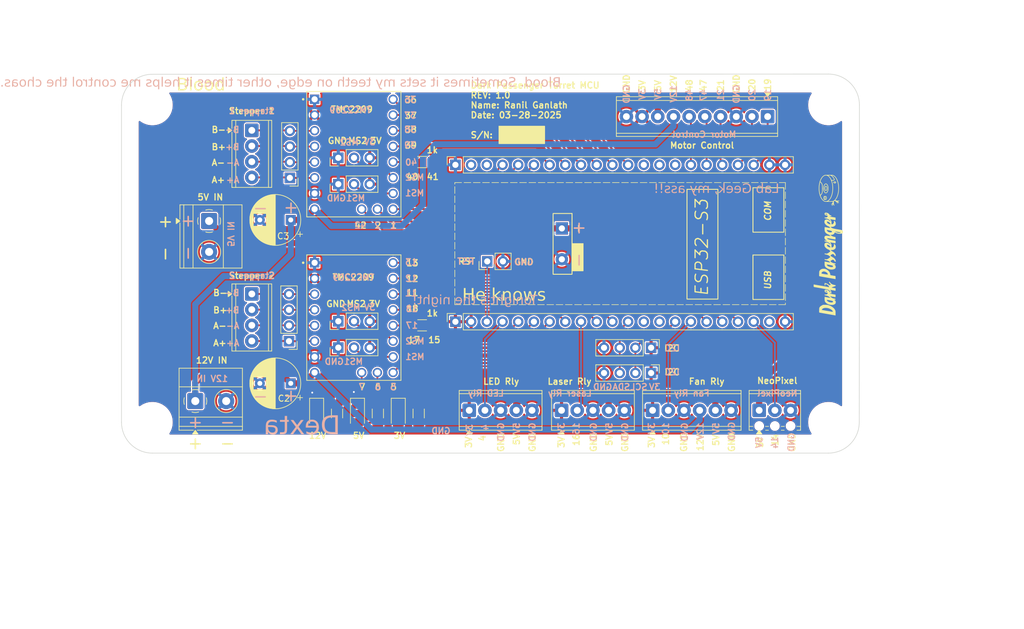
<source format=kicad_pcb>
(kicad_pcb (version 20241229) (generator "pcbnew") (generator_version "9.0")
  (title_block (title "Dark Passenger Turret MCU PCB") (date "2025-03-28") (rev "1.0") (company "Ranil Ganlath"))
  (layers (0 "F.Cu" signal) (2 "B.Cu" power) (13 "F.Paste" user) (15 "B.Paste" user) (5 "F.SilkS" user "F.Silkscreen") (7 "B.SilkS" user "B.Silkscreen") (1 "F.Mask" user) (3 "B.Mask" user) (25 "Edge.Cuts" user))
  (net 0 "")
  (net 1 "GND")
  (net 2 "+5V")
  (net 3 "Net-(D1-A)")
  (net 4 "Net-(D2-A)")
  (net 5 "GPIO10")
  (net 6 "GPIO6")
  (net 7 "GPIO17")
  (net 8 "GPIO11")
  (net 9 "GPIO12")
  (net 10 "RST")
  (net 11 "GPIO13")
  (net 12 "+3.3V")
  (net 14 "GPIO16")
  (net 15 "5VIN")
  (net 16 "SDA")
  (net 17 "SCL")
  (net 19 "GPIO18")
  (net 20 "GPIO7")
  (net 21 "GPIO14")
  (net 22 "GPIO5")
  (net 23 "GPIO15")
  (net 24 "GPIO4")
  (net 25 "RX")
  (net 26 "GPIO20")
  (net 27 "GPIO37")
  (net 28 "GPIO19")
  (net 29 "GPIO2")
  (net 31 "GPIO41")
  (net 32 "GPIO21")
  (net 33 "GPIO38")
  (net 34 "GPIO35")
  (net 35 "GPIO47")
  (net 36 "GPIO39")
  (net 37 "TX")
  (net 39 "GPIO36")
  (net 40 "GPIO42")
  (net 41 "GPIO1")
  (net 42 "GPIO48")
  (net 43 "GPIO40")
  (net 44 "+12V")
  (net 45 "Net-(D3-A)")
  (net 46 "STEP1B")
  (net 47 "STEP1A")
  (net 48 "STEP1D")
  (net 49 "STEP1C")
  (net 50 "STEP2B")
  (net 51 "STEP2C")
  (net 52 "STEP2A")
  (net 53 "STEP2D")
  (net 54 "MS2-1")
  (net 55 "MS1-1")
  (net 56 "MS1-2")
  (net 57 "MS2-2")
  (footprint "TerminalBlock_Phoenix:TerminalBlock_Phoenix_MPT-0,5-4-2.54_1x04_P2.54mm_Horizontal" (layer "F.Cu") (at 62.4842 35.1476 -90)
    (property "Reference" "J13" (hide yes))
    (property "Value" "NEMA17 Stepper 2 ALT")
  )
  (footprint "LED_SMD:LED_1206_3216Metric_Pad1.42x1.75mm_HandSolder" (layer "F.Cu") (at 72.9742 80.9946 -90)
    (property "Reference" "D3" (hide yes))
    (property "Value" "LED")
  )
  (footprint "Connector_PinSocket_2.54mm:PinSocket_1x22_P2.54mm_Vertical" (layer "F.Cu") (at 95.4286 66.1342 90)
    (property "Reference" "J1" (hide yes))
    (property "Value" "Conn_01x22")
  )
  (footprint "MountingHole:MountingHole_3mm" (layer "F.Cu") (at 155.794836 82.4121)
    (property "Reference" "H3" (hide yes))
    (property "Value" "MountingHole")
  )
  (footprint "GanlathLib:BlankPin_1x04_P2.54mm" (layer "F.Cu") (at 127.0918 74.441 -90)
    (property "Reference" "J11" (hide yes))
    (property "Value" "IMU")
  )
  (footprint "LED_SMD:LED_1206_3216Metric_Pad1.42x1.75mm_HandSolder" (layer "F.Cu") (at 86.1822 80.9946 -90)
    (property "Reference" "D2" (hide yes))
    (property "Value" "LED")
  )
  (footprint "MountingHole:MountingHole_3mm" (layer "F.Cu") (at 46.402185 82.4121)
    (property "Reference" "H4" (hide yes))
    (property "Value" "MountingHole")
  )
  (footprint "Resistor_SMD:R_1206_3216Metric_Pad1.30x1.75mm_HandSolder" (layer "F.Cu") (at 90.0432 66.7198 180)
    (property "Reference" "R4" (hide yes))
    (property "Value" "1k")
  )
  (footprint "Resistor_SMD:R_1206_3216Metric_Pad1.30x1.75mm_HandSolder" (layer "F.Cu") (at 90.0432 40.2784 180)
    (property "Reference" "R6" (hide yes))
    (property "Value" "1k")
  )
  (footprint "Resistor_SMD:R_1206_3216Metric_Pad1.30x1.75mm_HandSolder" (layer "F.Cu") (at 89.4842 80.9946 -90)
    (property "Reference" "R2" (hide yes))
    (property "Value" "1k")
  )
  (footprint "GanlathLib:BlankPin_1x02_P2.54mm" (layer "F.Cu") (at 100.5788 56.363 90)
    (property "Reference" "J16" (hide yes))
    (property "Value" "RESET")
  )
  (footprint "Connector_PinHeader_2.54mm:PinHeader_1x04_P2.54mm_Vertical" (layer "F.Cu") (at 68.643181 42.848638 180)
    (property "Reference" "J18" (hide yes))
    (property "Value" "NEMA17 Stepper 2")
  )
  (footprint "MountingHole:MountingHole_3mm" (layer "F.Cu") (at 46.402185 31.037757)
    (property "Reference" "H2" (hide yes))
    (property "Value" "MountingHole")
  )
  (footprint "Connector_PinHeader_2.54mm:PinHeader_1x03_P2.54mm_Vertical" (layer "F.Cu") (at 76.4796 66.0594 90)
    (property "Reference" "J19" (hide yes))
    (property "Value" "MS2 Jumper1")
  )
  (footprint "Resistor_SMD:R_1206_3216Metric_Pad1.30x1.75mm_HandSolder" (layer "F.Cu") (at 76.2762 80.9946 -90)
    (property "Reference" "R3" (hide yes))
    (property "Value" "1k")
  )
  (footprint "Connector_PinSocket_2.54mm:PinSocket_1x22_P2.54mm_Vertical" (layer "F.Cu") (at 95.4286 40.7342 90)
    (property "Reference" "J2" (hide yes))
    (property "Value" "Conn_01x22")
  )
  (footprint "Connector_PinHeader_2.54mm:PinHeader_1x03_P2.54mm_Vertical" (layer "F.Cu") (at 76.4796 39.5926 90)
    (property "Reference" "J20" (hide yes))
    (property "Value" "MS2 Jumper2")
  )
  (footprint "Resistor_SMD:R_1206_3216Metric_Pad1.30x1.75mm_HandSolder" (layer "F.Cu") (at 82.8802 80.9946 -90)
    (property "Reference" "R1" (hide yes))
    (property "Value" "1k")
  )
  (footprint "GanlathLib:MODULE_TMC2209_SILENTSTEPSTICK" (layer "F.Cu") (at 78.9942 65.4752)
    (property "Reference" "U1" (hide yes))
    (property "Value" "TMC2209_SILENTSTEPSTICK")
  )
  (footprint "GanlathLib:BlankPin_1x04_P2.54mm" (layer "F.Cu") (at 127.0918 70.3516 -90)
    (property "Reference" "J10" (hide yes))
    (property "Value" "SPARE I2C")
  )
  (footprint "TerminalBlock_Phoenix:TerminalBlock_Phoenix_MPT-0,5-3-2.54_1x03_P2.54mm_Horizontal" (layer "F.Cu") (at 144.5768 80.4866)
    (property "Reference" "J4" (hide yes))
    (property "Value" "NeoPixel")
  )
  (footprint "TerminalBlock_Phoenix:TerminalBlock_Phoenix_MPT-0,5-6-2.54_1x06_P2.54mm_Horizontal" (layer "F.Cu") (at 127.3302 80.4866)
    (property "Reference" "J9" (hide yes))
    (property "Value" "FAN_RELAY")
  )
  (footprint "GanlathLib:CP_Radial_D10.0mm_P5.00mm" (layer "F.Cu") (at 112.6492 51.0264 -90)
    (property "Reference" "C1" (hide yes))
    (property "Value" "C_Polarized" (hide yes))
  )
  (footprint "TerminalBlock_Phoenix:TerminalBlock_Phoenix_MPT-0,5-4-2.54_1x04_P2.54mm_Horizontal" (layer "F.Cu") (at 62.4842 61.6398 -90)
    (property "Reference" "J12" (hide yes))
    (property "Value" "NEMA17 Stepper 1 ALT")
  )
  (footprint "TerminalBlock_Phoenix:TerminalBlock_Phoenix_MPT-0,5-5-2.54_1x05_P2.54mm_Horizontal" (layer "F.Cu") (at 112.5982 80.4866)
    (property "Reference" "J7" (hide yes))
    (property "Value" "LASER_RELAY")
  )
  (footprint "Connector_PinHeader_2.54mm:PinHeader_1x04_P2.54mm_Vertical" (layer "F.Cu") (at 68.501181 69.289619 180)
    (property "Reference" "J17" (hide yes))
    (property "Value" "NEMA17 Stepper 1")
  )
  (footprint "LOGO" (layer "F.Cu") (at 155.931889 56.530467 90)
    (property "Reference" "G***" (hide yes))
    (property "Value" "LOGO" (hide yes))
  )
  (footprint "Capacitor_THT:CP_Radial_D8.0mm_P5.00mm" (layer "F.Cu") (at 68.7834 49.651 180)
    (property "Reference" "C3")
    (property "Value" "100uF StepperVS2")
  )
  (footprint "Capacitor_THT:CP_Radial_D8.0mm_P5.00mm" (layer "F.Cu") (at 68.7834 76.1178 180)
    (property "Reference" "C2")
    (property "Value" "100uF StepperVS1")
  )
  (footprint "LOGO" (layer "F.Cu") (at 155.931889 44.530467 90)
    (property "Reference" "G***" (hide yes))
    (property "Value" "LOGO" (hide yes))
  )
  (footprint "TerminalBlock_Phoenix:TerminalBlock_Phoenix_MPT-0,5-5-2.54_1x05_P2.54mm_Horizontal" (layer "F.Cu") (at 97.663 80.4866)
    (property "Reference" "J6" (hide yes))
    (property "Value" "TURRET_LED_RELAY")
  )
  (footprint "TerminalBlock_Phoenix:TerminalBlock_Phoenix_MKDS-1,5-2_1x02_P5.00mm_Horizontal" (layer "F.Cu") (at 53.3402 78.9827)
    (property "Reference" "J8" (hide yes))
    (property "Value" "12V IN")
  )
  (footprint "Connector_PinHeader_2.54mm:PinHeader_1x03_P2.54mm_Vertical" (layer "F.Cu") (at 76.4796 43.8598 90)
    (property "Reference" "J15" (hide yes))
    (property "Value" "MS1 Jumper2")
  )
  (footprint "MountingHole:MountingHole_3mm" (layer "F.Cu") (at 155.794836 31.037757)
    (property "Reference" "H1" (hide yes))
    (property "Value" "MountingHole")
  )
  (footprint "TerminalBlock_Phoenix:TerminalBlock_Phoenix_MPT-0,5-10-2.54_1x10_P2.54mm_Horizontal" (layer "F.Cu") (at 145.9486 32.9179 180)
    (property "Reference" "J3" (hide yes))
    (property "Value" "Motor Control")
  )
  (footprint "LED_SMD:LED_1206_3216Metric_Pad1.42x1.75mm_HandSolder" (layer "F.Cu") (at 79.5782 80.9946 -90)
    (property "Reference" "D1" (hide yes))
    (property "Value" "LED")
  )
  (footprint "TerminalBlock_Phoenix:TerminalBlock_Phoenix_MKDS-1,5-2_1x02_P5.00mm_Horizontal" (layer "F.Cu") (at 55.5752 49.8288 -90)
    (property "Reference" "J5" (hide yes))
    (property "Value" "5V IN")
  )
  (footprint "Connector_PinHeader_2.54mm:PinHeader_1x03_P2.54mm_Vertical" (layer "F.Cu") (at 76.4796 70.3266 90)
    (property "Reference" "J14" (hide yes))
    (property "Value" "MS1 Jumper1")
  )
  (footprint "GanlathLib:MODULE_TMC2209_SILENTSTEPSTICK" (layer "F.Cu") (at 78.9942 39.0084)
    (property "Reference" "U2" (hide yes))
    (property "Value" "TMC2209_SILENTSTEPSTICK")
  )
  (gr_rect (start 143.5686 44.4342) (end 148.5686 51.6342) (stroke (width 0.15)) (fill no) (layer "F.SilkS"))
  (gr_rect (start 102.4892 34.4872) (end 109.8552 37.2872) (stroke (width 0.15)) (fill yes) (layer "F.SilkS"))
  (gr_rect (start 143.5686 55.3342) (end 148.5686 62.5342) (stroke (width 0.15)) (fill no) (layer "F.SilkS"))
  (gr_rect (start 95.3258 43.6058) (end 148.8194 63.367) (stroke (width 0.1) (type dash)) (fill no) (layer "F.SilkS"))
  (gr_rect (start 132.897 44.6958) (end 137.897 62.4726) (stroke (width 0.15)) (fill no) (layer "F.SilkS"))
  (gr_line (start 41.402196 31.063139) (end 41.402204 82.412144) (stroke (width 0.1)) (layer "Edge.Cuts"))
  (gr_line (start 160.769497 82.412056) (end 160.794902 31.037822) (stroke (width 0.1)) (layer "Edge.Cuts"))
  (gr_arc (start 160.769497 82.412056) (mid 159.305064 85.947576) (end 155.769563 87.412056) (stroke (width 0.1)) (layer "Edge.Cuts"))
  (gr_arc (start 46.402205 87.412057) (mid 42.866689 85.947635) (end 41.402204 82.412144) (stroke (width 0.1)) (layer "Edge.Cuts"))
  (gr_arc (start 41.402196 31.063139) (mid 42.866651 27.52761) (end 46.402174 26.063139) (stroke (width 0.1)) (layer "Edge.Cuts"))
  (gr_line (start 155.794901 26.037691) (end 46.402174 26.063139) (stroke (width 0.1)) (layer "Edge.Cuts"))
  (gr_arc (start 155.794901 26.037691) (mid 159.330463 27.502222) (end 160.794902 31.037822) (stroke (width 0.1)) (layer "Edge.Cuts"))
  (gr_line (start 46.402205 87.412057) (end 155.769563 87.412056) (stroke (width 0.1)) (layer "Edge.Cuts"))
  (gr_text "B+" (at 56.1342 64.8402 0) (layer "F.SilkS") (effects (font (size 1 1) (thickness 0.2)) (justify left bottom)))
  (gr_text "GND" (at 141.4782 29.2802 90) (layer "F.SilkS") (effects (font (size 1 1) (thickness 0.2)) (justify left bottom)))
  (gr_text "18" (at 87.3762 64.5862 0) (layer "F.SilkS") (effects (font (size 1 1) (thickness 0.2)) (justify left bottom)))
  (gr_text "MS2" (at 77.7242 63.8242 0) (layer "F.SilkS") (effects (font (size 1 1) (thickness 0.2)) (justify left bottom)))
  (gr_text "6" (at 82.2962 77.2862 0) (layer "F.SilkS") (effects (font (size 1 1) (thickness 0.2)) (justify left bottom)))
  (gr_text "I2C" (at 129.1084 71.0124 0) (layer "F.SilkS") (effects (font (size 1 1) (thickness 0.2)) (justify left bottom)))
  (gr_text "MS2" (at 77.9782 37.4082 0) (layer "F.SilkS") (effects (font (size 1 1) (thickness 0.2)) (justify left bottom)))
  (gr_text "10" (at 130.0482 86.233 90) (layer "F.SilkS") (effects (font (size 1 1) (thickness 0.2)) (justify left bottom)))
  (gr_text "NeoPixel" (at 144.1452 76.2702 0) (layer "F.SilkS") (effects (font (size 1 1) (thickness 0.2)) (justify left bottom)))
  (gr_text "3V" (at 126.2382 28.956 90) (layer "F.SilkS") (effects (font (size 1 1) (thickness 0.2)) (justify left bottom)))
  (gr_text "5V" (at 138.1762 86.36 90) (layer "F.SilkS") (effects (font (size 1 1) (thickness 0.2)) (justify left bottom)))
  (gr_text "12V" (at 131.3182 29.1422 90) (layer "F.SilkS") (effects (font (size 1 1) (thickness 0.2)) (justify left bottom)))
  (gr_text "USB" (at 146.5582 61.0302 90) (layer "F.SilkS") (effects (font (size 1 1) (thickness 0.2) (bold yes) (italic yes)) (justify left bottom)))
  (gr_text "RST" (at 95.7582 56.9468 0) (layer "F.SilkS") (effects (font (size 1 1) (thickness 0.2)) (justify left bottom)))
  (gr_text "B-" (at 55.8802 35.6302 0) (layer "F.SilkS") (effects (font (size 1 1) (thickness 0.2)) (justify left bottom)))
  (gr_text "47" (at 136.1442 28.956 90) (layer "F.SilkS") (effects (font (size 1 1) (thickness 0.2)) (justify left bottom)))
  (gr_text "+" (at 51.9502 86.9382 0) (layer "F.SilkS") (effects (font (size 2 2) (thickness 0.25) (bold yes)) (justify left bottom)))
  (gr_text "GND" (at 123.4442 87.3302 90) (layer "F.SilkS") (effects (font (size 1 1) (thickness 0.2)) (justify left bottom)))
  (gr_text "COM" (at 146.5582 49.9302 90) (layer "F.SilkS") (effects (font (size 1 1) (thickness 0.2) (bold yes) (italic yes)) (justify left bottom)))
  (gr_text "15" (at 90.9322 69.6662 0) (layer "F.SilkS") (effects (font (size 1 1) (thickness 0.2)) (justify left bottom)))
  (gr_text "GND" (at 150.5022 87.3302 90) (layer "F.SilkS") (effects (font (size 1 1) (thickness 0.2)) (justify left bottom)))
  (gr_text "ESP32-S3" (at 136.4582 62.1302 90) (layer "F.SilkS") (effects (font (size 2 2) (thickness 0.2) (bold yes) (italic yes)) (justify left bottom)))
  (gr_text "3V" (at 127.7622 86.6842 90) (layer "F.SilkS") (effects (font (size 1 1) (thickness 0.2)) (justify left bottom)))
  (gr_text "1" (at 84.8362 51.1242 0) (layer "F.SilkS") (effects (font (size 1 1) (thickness 0.2)) (justify left bottom)))
  (gr_text "GND" (at 108.4582 87.3302 90) (layer "F.SilkS") (effects (font (size 1 1) (thickness 0.2)) (justify left bottom)))
  (gr_text "He knows" (at 96.5202 63.0622 0) (layer "F.SilkS") (effects (font (size 2 2) (thickness 0.2)) (justify left bottom)))
  (gr_text "I2C" (at 129.1592 74.8732 0) (layer "F.SilkS") (effects (font (size 1 1) (thickness 0.2)) (justify left bottom)))
  (gr_text "LED Rly" (at 99.8222 76.3972 0) (layer "F.SilkS") (effects (font (size 1 1) (thickness 0.2)) (justify left bottom)))
  (gr_text "+" (at 47.4982 48.5842 270) (layer "F.SilkS") (effects (font (size 2 2) (thickness 0.25) (bold yes)) (justify left bottom)))
  (gr_text "3V" (at 113.1502 86.6842 90) (layer "F.SilkS") (effects (font (size 1 1) (thickness 0.2)) (justify left bottom)))
  (gr_text "36" (at 87.1222 30.8042 0) (layer "F.SilkS") (effects (font (size 1 1) (thickness 0.2)) (justify left bottom)))
  (gr_text "1k" (at 90.6782 65.3482 0) (layer "F.SilkS") (effects (font (size 1 1) (thickness 0.2)) (justify left bottom)))
  (gr_text "2" (at 82.2962 51.1242 0) (layer "F.SilkS") (effects (font (size 1 1) (thickness 0.2)) (justify left bottom)))
  (gr_text "5V" (at 145.2882 86.6842 90) (layer "F.SilkS") (effects (font (size 1 1) (thickness 0.2)) (justify left bottom)))
  (gr_text "5V IN" (at 53.5942 46.5522 0) (layer "F.SilkS") (effects (font (size 1 1) (thickness 0.2)) (justify left bottom)))
  (gr_text "B+" (at 55.8802 38.4242 0) (layer "F.SilkS") (effects (font (size 1 1) (thickness 0.2)) (justify left bottom)))
  (gr_text "21" (at 138.9382 28.956 90) (layer "F.SilkS") (effects (font (size 1 1) (thickness 0.2)) (justify left bottom)))
  (gr_text "A+" (at 56.1342 70.1742 0) (layer "F.SilkS") (effects (font (size 1 1) (thickness 0.2)) (justify left bottom)))
  (gr_text "Stepper 2" (at 58.6742 59.2522 0) (layer "F.SilkS") (effects (font (size 1 1) (thickness 0.2)) (justify left bottom)))
  (gr_text "GND" (at 74.6762 37.4082 0) (layer "F.SilkS") (effects (font (size 1 1) (thickness 0.2)) (justify left bottom)))
  (gr_text "20" (at 144.0182 28.829 90) (layer "F.SilkS") (effects (font (size 1 1) (thickness 0.2)) (justify left bottom)))
  (gr_text "3V" (at 98.1642 86.6842 90) (layer "F.SilkS") (effects (font (size 1 1) (thickness 0.2)) (justify left bottom)))
  (gr_text "12" (at 87.3762 59.7602 0) (layer "F.SilkS") (effects (font (size 1 1) (thickness 0.2)) (justify left bottom)))
  (gr_text "3V" (at 81.2802 63.8242 0) (layer "F.SilkS") (effects (font (size 1 1) (thickness 0.2)) (justify left bottom)))
  (gr_text "42" (at 78.9942 51.1242 0) (layer "F.SilkS") (effects (font (size 1 1) (thickness 0.2)) (justify left bottom)))
  (gr_text "GND" (at 132.9762 87.3302 90) (layer "F.SilkS") (effects (font (size 1 1) (thickness 0.2)) (justify left bottom)))
  (gr_text "Blood" (at 50.2922 29.0262 0) (layer "F.SilkS") (effects (font (size 2 2) (thickness 0.2)) (justify left bottom)))
  (gr_text "5V" (at 128.7782 28.956 90) (layer "F.SilkS") (effects (font (size 1 1) (thickness 0.2)) (justify left bottom)))
  (gr_text "GND" (at 74.4222 63.8242 0) (layer "F.SilkS") (effects (font (size 1 1) (thickness 0.2)) (justify left bottom)))
  (gr_text "GND" (at 104.8768 57.0484 0) (layer "F.SilkS") (effects (font (size 1 1) (thickness 0.2)) (justify left bottom)))
  (gr_text "39" (at 87.1222 38.1702 0) (layer "F.SilkS") (effects (font (size 1 1) (thickness 0.2)) (justify left bottom)))
  (gr_text "16" (at 115.5702 86.36 90) (layer "F.SilkS") (effects (font (size 1 1) (thickness 0.2)) (justify left bottom)))
  (gr_text "5V" (at 105.9182 86.233 90) (layer "F.SilkS") (effects (font (size 1 1) (thickness 0.2)) (justify left bottom)))
  (gr_text "GND" (at 118.3642 87.3302 90) (layer "F.SilkS") (effects (font (size 1 1) (thickness 0.2)) (justify left bottom)))
  (gr_text "-" (at 47.4982 53.7842 270) (layer "F.SilkS") (effects (font (size 2 2) (thickness 0.25) (bold yes)) (justify left bottom)))
  (gr_text "41" (at 90.6782 43.2502 0) (layer "F.SilkS") (effects (font (size 1 1) (thickness 0.2)) (justify left bottom)))
  (gr_text "TMC2209" (at 75.4382 59.5062 0) (layer "F.SilkS") (effects (font (size 1 1) (thickness 0.2)) (justify left bottom)))
  (gr_text "13" (at 87.3762 57.2202 0) (layer "F.SilkS") (effects (font (size 1 1) (thickness 0.2)) (justify left bottom)))
  (gr_text "Stepper 1" (at 58.6742 32.5822 0) (layer "F.SilkS") (effects (font (size 1 1) (thickness 0.2)) (justify left bottom)))
  (gr_text "4" (at 100.381 85.598 90) (layer "F.SilkS") (effects (font (size 1 1) (thickness 0.2)) (justify left bottom)))
  (gr_text "12V" (at 71.6282 85.1602 0) (layer "F.SilkS") (effects (font (size 1 1) (thickness 0.2)) (justify left bottom)))
  (gr_text "Laser Rly" (at 110.2362 76.3972 0) (layer "F.SilkS") (effects (font (size 1 1) (thickness 0.2)) (justify left bottom)))
  (gr_text "7" (at 79.7562 77.2862 0) (layer "F.SilkS") (effects (font (size 1 1) (thickness 0.2)) (justify left bottom)))
  (gr_text "14" (at 147.752 86.36 90) (layer "F.SilkS") (effects (font (size 1 1) (thickness 0.2)) (justify left bottom)))
  (gr_text "GND" (at 140.7162 87.3302 90) (layer "F.SilkS") (effects (font (size 1 1) (thickness 0.2)) (justify left bottom)))
  (gr_text "17" (at 87.6302 69.6662 0) (layer "F.SilkS") (effects (font (size 1 1) (thickness 0.2)) (justify left bottom)))
  (gr_text "11" (at 87.3762 62.0462 0) (layer "F.SilkS") (effects (font (size 1 1) (thickness 0.2)) (justify left bottom)))
  (gr_text "Dark Passenger Turret MCU\nREV: 1.0\nName: Ranil Ganlath\nDate: 03-28-2025\n\nS/N:" (at 97.7902 36.4872 0) (layer "F.SilkS") (effects (font (size 1 1) (thickness 0.2)) (justify left bottom)))
  (gr_text "5V" (at 78.7402 85.1602 0) (layer "F.SilkS") (effects (font (size 1 1) (thickness 0.2)) (justify left bottom)))
  (gr_text "A+" (at 55.8802 43.7582 0) (layer "F.SilkS") (effects (font (size 1 1) (thickness 0.2)) (justify left bottom)))
  (gr_text "A-" (at 56.1342 67.3802 0) (layer "F.SilkS") (effects (font (size 1 1) (thickness 0.2)) (justify left bottom)))
  (gr_text "GND" (at 123.6982 29.2802 90) (layer "F.SilkS") (effects (font (size 1 1) (thickness 0.2)) (justify left bottom)))
  (gr_text "GND" (at 103.3782 87.3302 90) (layer "F.SilkS") (effects (font (size 1 1) (thickness 0.2)) (justify left bottom)))
  (gr_text "38" (at 87.1222 35.6302 0) (layer "F.SilkS") (effects (font (size 1 1) (thickness 0.2)) (justify left bottom)))
  (gr_text "3V" (at 81.5342 37.4082 0) (layer "F.SilkS") (effects (font (size 1 1) (thickness 0.2)) (justify left bottom)))
  (gr_text "Motor Control" (at 130.0482 38.1702 0) (layer "F.SilkS") (effects (font (size 1 1) (thickness 0.2)) (justify left bottom)))
  (gr_text "12V" (at 135.6362 87.1922 90) (layer "F.SilkS") (effects (font (size 1 1) (thickness 0.2)) (justify left bottom)))
  (gr_text "TMC2209" (at 75.1842 32.3282 0) (layer "F.SilkS") (effects (font (size 1 1) (thickness 0.2)) (justify left bottom)))
  (gr_text "5" (at 84.8362 77.2862 0) (layer "F.SilkS") (effects (font (size 1 1) (thickness 0.2)) (justify left bottom)))
  (gr_text "3V" (at 85.3442 85.1602 0) (layer "F.SilkS") (effects (font (size 1 1) (thickness 0.2)) (justify left bottom)))
  (gr_text "1k" (at 90.6782 38.9322 0) (layer "F.SilkS") (effects (font (size 1 1) (thickness 0.2)) (justify left bottom)))
  (gr_text "19" (at 146.5582 28.829 90) (layer "F.SilkS") (effects (font (size 1 1) (thickness 0.2)) (justify left bottom)))
  (gr_text "A-" (at 55.8802 40.9642 0) (layer "F.SilkS") (effects (font (size 1 1) (thickness 0.2)) (justify left bottom)))
  (gr_text "12V IN" (at 53.3402 72.9682 0) (layer "F.SilkS") (effects (font (size 1 1) (thickness 0.2)) (justify left bottom)))
  (gr_text "37" (at 87.1222 33.3442 0) (layer "F.SilkS") (effects (font (size 1 1) (thickness 0.2)) (justify left bottom)))
  (gr_text "40" (at 87.3762 43.2502 0) (layer "F.SilkS") (effects (font (size 1 1) (thickness 0.2)) (justify left bottom)))
  (gr_text "5V" (at 120.9042 86.36 90) (layer "F.SilkS") (effects (font (size 1 1) (thickness 0.2)) (justify left bottom)))
  (gr_text "B-" (at 56.1342 62.0462 0) (layer "F.SilkS") (effects (font (size 1 1) (thickness 0.2)) (justify left bottom)))
  (gr_text "Fan Rly" (at 133.0962 76.3972 0) (layer "F.SilkS") (effects (font (size 1 1) (thickness 0.2)) (justify left bottom)))
  (gr_text "48" (at 133.8582 28.956 90) (layer "F.SilkS") (effects (font (size 1 1) (thickness 0.2)) (justify left bottom)))
  (gr_text "-" (at 57.1502 86.9382 0) (layer "F.SilkS") (effects (font (size 2 2) (thickness 0.25) (bold yes)) (justify left bottom)))
  (gr_text "-" (at 62.4842 77.2862 180) (layer "B.SilkS") (effects (font (size 2 2) (thickness 0.25) (bold yes)) (justify left bottom mirror)))
  (gr_text "5V" (at 105.9182 82.3662 90) (layer "B.SilkS") (effects (font (size 1 1) (thickness 0.2)) (justify left bottom mirror)))
  (gr_text "Dexta" (at 76.8098 84.8554 0) (layer "B.SilkS") (effects (font (size 3 3) (thickness 0.2)) (justify left bottom mirror)))
  (gr_text "SDA" (at 123.8042 77.2862 0) (layer "B.SilkS") (effects (font (size 1 1) (thickness 0.2)) (justify left bottom mirror)))
  (gr_text "3V" (at 127.7622 82.3662 90) (layer "B.SilkS") (effects (font (size 1 1) (thickness 0.2)) (justify left bottom mirror)))
  (gr_text "-" (at 53.2132 53.6572 90) (layer "B.SilkS") (effects (font (size 2 2) (thickness 0.25) (bold yes)) (justify left bottom mirror)))
  (gr_text "MS1" (at 80.9246 46.7046 0) (layer "B.SilkS") (effects (font (size 1 1) (thickness 0.2)) (justify left bottom mirror)))
  (gr_text "I2C" (at 131.877 70.9942 0) (layer "B.SilkS") (effects (font (size 1 1) (thickness 0.2)) (justify left bottom mirror)))
  (gr_text "-" (at 62.4842 46.8062 180) (layer "B.SilkS") (effects (font (size 2 2) (thickness 0.25) (bold yes)) (justify left bottom mirror)))
  (gr_text "A+" (at 60.5792 70.1742 0) (layer "B.SilkS") (effects (font (size 1 1) (thickness 0.2)) (justify left bottom mirror)))
  (gr_text "5V" (at 120.9042 82.3662 90) (layer "B.SilkS") (effects (font (size 1 1) (thickness 0.2)) (justify left bottom mirror)))
  (gr_text "GND" (at 77.8258 46.7046 0) (layer "B.SilkS") (effects (font (size 1 1) (thickness 0.2)) (justify left bottom mirror)))
  (gr_text "+" (at 51.9502 81.4772 180) (layer "B.SilkS") (effects (font (size 2 2) (thickness 0.25) (bold yes)) (justify left bottom mirror)))
  (gr_text "GND" (at 108.4582 82.3662 90) (layer "B.SilkS") (effects (font (size 1 1) (thickness 0.2)) (justify left bottom mirror)))
  (gr_text "3V" (at 82.601 64.383 0) (layer "B.SilkS") (effects (font (size 1 1) (thickness 0.2)) (justify left bottom mirror)))
  (gr_text "7" (at 80.8738 77.2862 0) (layer "B.SilkS") (effects (font (size 1 1) (thickness 0.2)) (justify left bottom mirror)))
  (gr_text "GND" (at 77.4702 73.1714 0) (layer "B.SilkS") (effects (font (size 1 1) (thickness 0.2)) (justify left bottom mirror)))
  (gr_text "MS2" (at 90.5258 69.8694 0) (layer "B.SilkS") (effects (font (size 1 1) (thickness 0.2)) (justify left bottom mirror)))
  (gr_text "A-" (at 60.5792 40.9642 0) (layer "B.SilkS") (effects (font (size 1 1) (thickness 0.2)) (justify left bottom mirror)))
  (gr_text "Fan Rly" (at 136.6522 78.3022 0) (layer "B.SilkS") (effects (font (size 1 1) (thickness 0.2)) (justify left bottom mirror)))
  (gr_text "6" (at 83.4646 77.2862 0) (layer "B.SilkS") (effects (font (size 1 1) (thickness 0.2)) (justify left bottom mirror)))
  (gr_text "GND" (at 120.9042 77.2862 0) (layer "B.SilkS") (effects (font (size 1 1) (thickness 0.2)) (justify left bottom mirror)))
  (gr_text "10" (at 130.0482 82.3662 90) (layer "B.SilkS") (effects (font (size 1 1) (thickness 0.2)) (justify left bottom mirror)))
  (gr_text "12V" (at 135.6362 82.3662 90) (layer "B.SilkS") (effects (font (size 1 1) (thickness 0.2)) (justify left bottom mirror)))
  (gr_text "2" (at 83.4138 51.1242 0) (layer "B.SilkS") (effects (font (size 1 1) (thickness 0.2)) (justify left bottom mirror)))
  (gr_text "13" (at 89.3574 57.0678 0) (layer "B.SilkS") (effects (font (size 1 1) (thickness 0.2)) (justify left bottom mirror)))
  (gr_text "LED Rly" (at 103.3782 78.3022 0) (layer "B.SilkS") (effects (font (size 1 1) (thickness 0.2)) (justify left bottom mirror)))
  (gr_text "47" (at 136.1442 28.37258 90) (layer "B.SilkS") (effects (font (size 1 1) (thickness 0.2)) (justify left bottom mirror)))
  (gr_text "GND" (at 94.7422 84.3982 0) (layer "B.SilkS") (effects (font (size 1 1) (thickness 0.2)) (justify left bottom mirror)))
  (gr_text "4" (at 100.8382 82.6202 90) (layer "B.SilkS") (effects (font (size 1 1) (thickness 0.2)) (justify left bottom mirror)))
  (gr_text "SCL" (at 126.6042 77.2862 0) (layer "B.SilkS") (effects (font (size 1 1) (thickness 0.2)) (justify left bottom mirror)))
  (gr_text "48" (at 133.8582 28.37258 90) (layer "B.SilkS") (effects (font (size 1 1) (thickness 0.2)) (justify left bottom mirror)))
  (gr_text "14" (at 147.6942 84.64458 90) (layer "B.SilkS") (effects (font (size 1 1) (thickness 0.2)) (justify left bottom mirror)))
  (gr_text "GND" (at 141.4782 27.61058 90) (layer "B.SilkS") (effects (font (size 1 1) (thickness 0.2)) (justify left bottom mirror)))
  (gr_text "MS1" (at 90.5258 72.4094 0) (layer "B.SilkS") (effects (font (size 1 1) (thickness 0.2)) (justify left bottom mirror)))
  (gr_text "+" (at 53.2132 48.4572 90) (layer "B.SilkS") (effects (font (size 2 2) (thickness 0.25) (bold yes)) (justify left bottom mirror)))
  (gr_text "-" (at 57.1502 81.4772 180) (layer "B.SilkS") (effects (font (size 2 2) (thickness 0.25) (bold yes)) (justify left bottom mirror)))
  (gr_text "GND" (at 150.3682 83.99858 90) (layer "B.SilkS") (effects (font (size 1 1) (thickness 0.2)) (justify left bottom mirror)))
  (gr_text "+" (at 116.4592 49.56801 90) (layer "B.SilkS") (effects (font (size 2 2) (thickness 0.25) (bold yes)) (justify left bottom mirror)))
  (gr_text "5V" (at 128.7782 28.25658 90) (layer "B.SilkS") (effects (font (size 1 1) (thickness 0.2)) (justify left bottom mirror)))
  (gr_text "40" (at 89.3574 40.9134 0) (layer "B.SilkS") (effects (font (size 1 1) (thickness 0.2)) (justify left bottom mirror)))
  (gr_text "MS2" (at 79.9086 37.6622 0) (layer "B.SilkS") (effects (font (size 1 1) (thickness 0.2)) (justify left bottom mirror)))
  (gr_text "5V" (at 138.1762 82.3662 90) (layer "B.SilkS") (effects (font (size 1 1) (thickness 0.2)) (justify left bottom mirror)))
  (gr_text "3V" (at 82.601 37.6114 0) (layer "B.SilkS") (effects (font (size 1 1) (thickness 0.2)) (justify left bottom mirror)))
  (gr_text "GND" (at 123.6982 27.61058 90) (layer "B.SilkS") (effects (font (size 1 1) (thickness 0.2)) (justify left bottom mirror)))
  (gr_text "GND" (at 118.3712 82.3662 90) (layer "B.SilkS") (effects (font (size 1 1) (thickness 0.2)) (justify left bottom mirror)))
  (gr_text "5V IN" (at 58.471 54.102 270) (layer "B.SilkS") (effects (font (size 1 1) (thickness 0.2)) (justify left bottom mirror)))
  (gr_text "B-" (at 60.5792 35.6302 0) (layer "B.SilkS") (effects (font (size 1 1) (thickness 0.2)) (justify left bottom mirror)))
  (gr_text "TMC2209" (at 81.9152 32.4552 0) (layer "B.SilkS") (effects (font (size 1 1) (thickness 0.2)) (justify left bottom mirror)))
  (gr_text "B+" (at 60.5792 64.8402 0) (layer "B.SilkS") (effects (font (size 1 1) (thickness 0.2)) (justify left bottom mirror)))
  (gr_text "A+" (at 60.5792 43.7582 0) (layer "B.SilkS") (effects (font (size 1 1) (thickness 0.2)) (justify left bottom mirror)))
  (gr_text "A-" (at 60.5792 67.3802 0) (layer "B.SilkS") (effects (font (size 1 1) (thickness 0.2)) (justify left bottom mirror)))
  (gr_text "+" (at 69.8502 46.2982 90) (layer "B.SilkS") (effects (font (size 2 2) (thickness 0.25) (bold yes)) (justify left bottom mirror)))
  (gr_text "Motor Control" (at 140.9702 36.3922 0) (layer "B.SilkS") (effects (font (size 1 1) (thickness 0.2)) (justify left bottom mirror)))
  (gr_text "MS1" (at 80.569 73.1714 0) (layer "B.SilkS") (effects (font (size 1 1) (thickness 0.2)) (justify left bottom mirror)))
  (gr_text "B-" (at 60.5792 62.0462 0) (layer "B.SilkS") (effects (font (size 1 1) (thickness 0.2)) (justify left bottom mirror)))
  (gr_text "B+" (at 60.5792 38.4242 0) (layer "B.SilkS") (effects (font (size 1 1) (thickness 0.2)) (justify left bottom mirror)))
  (gr_text "12" (at 89.3574 59.7094 0) (layer "B.SilkS") (effects (font (size 1 1) (thickness 0.2)) (justify left bottom mirror)))
  (gr_text "3V" (at 98.2982 82.6202 90) (layer "B.SilkS") (effects (font (size 1 1) (thickness 0.2)) (justify left bottom mirror)))
  (gr_text "1" (at 85.9538 51.1242 0) (layer "B.SilkS") (effects (font (size 1 1) (thickness 0.2)) (justify left bottom mirror)))
  (gr_text "GND" (at 108.128 57.0484 0) (layer "B.SilkS") (effects (font (size 1 1) (thickness 0.2)) (justify left bottom mirror)))
  (gr_text "17" (at 89.459 67.3294 0) (layer "B.SilkS") (effects (font (size 1 1) (thickness 0.2)) (justify left bottom mirror)))
  (gr_text "3V" (at 126.2382 28.25658 90) (layer "B.SilkS") (effects (font (size 1 1) (thickness 0.2)) (justify left bottom mirror)))
  (gr_text "19" (at 146.5582 28.37258 90) (layer "B.SilkS") (effects (font (size 1 1) (thickness 0.2)) (justify left bottom mirror)))
  (gr_text "21" (at 138.9382 28.37258 90) (layer "B.SilkS") (effects (font (size 1 1) (thickness 0.2)) (justify left bottom mirror)))
  (gr_text "37" (at 89.205 33.2934 0) (layer "B.SilkS") (effects (font (size 1 1) (thickness 0.2)) (justify left bottom mirror)))
  (gr_text "NeoPixel" (at 150.8762 78.3022 0) (layer "B.SilkS") (effects (font (size 1 1) (thickness 0.2)) (justify left bottom mirror)))
  (gr_text "GND" (at 140.7162 82.2392 90) (layer "B.SilkS") (effects (font (size 1 1) (thickness 0.2)) (justify left bottom mirror)))
  (gr_text "Laser Rly" (at 117.6022 78.3022 0) (layer "B.SilkS") (effects (font (size 1 1) (thickness 0.2)) (justify left bottom mirror)))
  (gr_text "+" (at 69.8502 76.7782 90) (layer "B.SilkS") (effects (font (size 2 2) (thickness 0.25) (bold yes)) (justify left bottom mirror)))
  (gr_text "Blood. Sometimes it sets my teeth on edge, other times it helps me control the choas." (at 112.5222 28.321 0) (layer "B.SilkS") (effects (font (size 1.5 1.5) (thickness 0.2)) (justify left bottom mirror)))
  (gr_text "GND" (at 123.4442 82.3662 90) (layer "B.SilkS") (effects (font (size 1 1) (thickness 0.2)) (justify left bottom mirror)))
  (gr_text "MS2" (at 80.1626 64.4338 0) (layer "B.SilkS") (effects (font (size 1 1) (thickness 0.2)) (justify left bottom mirror)))
  (gr_text "Tonight's the night!" (at 108.7122 63.5702 0) (layer "B.SilkS") (effects (font (size 1.5 1.5) (thickness 0.2)) (justify left bottom mirror)))
  (gr_text "Stepper 2" (at 66.2942 59.2522 0) (layer "B.SilkS") (effects (font (size 1 1) (thickness 0.2)) (justify left bottom mirror)))
  (gr_text "20" (at 144.0182 28.37258 90) (layer "B.SilkS") (effects (font (size 1 1) (thickness 0.2)) (justify left bottom mirror)))
  (gr_text "Lab Geek, my ass!!" (at 147.8282 45.5362 0) (layer "B.SilkS") (effects (font (size 1.5 1.5) (thickness 0.2)) (justify left bottom mirror)))
  (gr_text "Stepper 1" (at 66.2942 32.5822 0) (layer "B.SilkS") (effects (font (size 1 1) (thickness 0.2)) (justify left bottom mirror)))
  (gr_text "12V" (at 131.3182 27.74858 90) (layer "B.SilkS") (effects (font (size 1 1) (thickness 0.2)) (justify left bottom mirror)))
  (gr_text "-" (at 116.4592 54.76801 90) (layer "B.SilkS") (effects (font (size 2 2) (thickness 0.25) (bold yes)) (justify left bottom mirror)))
  (gr_text "3V" (at 113.1572 82.3662 90) (layer "B.SilkS") (effects (font (size 1 1) (thickness 0.2)) (justify left bottom mirror)))
  (gr_text "MS2" (at 90.475 43.3518 0) (layer "B.SilkS") (effects (font (size 1 1) (thickness 0.2)) (justify left bottom mirror)))
  (gr_text "3V" (at 128.7042 77.2862 0) (layer "B.SilkS") (effects (font (size 1 1) (thickness 0.2)) (justify left bottom mirror)))
  (gr_text "GND" (at 103.3782 82.3662 90) (layer "B.SilkS") (effects (font (size 1 1) (thickness 0.2)) (justify left bottom mirror)))
  (gr_text "TMC2209" (at 82.4232 59.5642 0) (layer "B.SilkS") (effects (font (size 1 1) (thickness 0.2)) (justify left bottom mirror)))
  (gr_text "RST" (at 98.5776 56.9468 0) (layer "B.SilkS") (effects (font (size 1 1) (thickness 0.2)) (justify left bottom mirror)))
  (gr_text "GND" (at 133.0962 82.3662 90) (layer "B.SilkS") (effects (font (size 1 1) (thickness 0.2)) (justify left bottom mirror)))
  (gr_text "39" (at 89.205 38.1194 0) (layer "B.SilkS") (effects (font (size 1 1) (thickness 0.2)) (justify left bottom mirror)))
  (gr_text "12V IN" (at 58.725 75.946 0) (layer "B.SilkS") (effects (font (size 1 1) (thickness 0.2)) (justify left bottom mirror)))
  (gr_text "16" (at 115.5702 82.3662 90) (layer "B.SilkS") (effects (font (size 1 1) (thickness 0.2)) (justify left bottom mirror)))
  (gr_text "5" (at 85.9538 77.2862 0) (layer "B.SilkS") (effects (font (size 1 1) (thickness 0.2)) (justify left bottom mirror)))
  (gr_text "42" (at 81.1278 51.1242 0) (layer "B.SilkS") (effects (font (size 1 1) (thickness 0.2)) (justify left bottom mirror)))
  (gr_text "11" (at 89.3066 62.097 0) (layer "B.SilkS") (effects (font (size 1 1) (thickness 0.2)) (justify left bottom mirror)))
  (gr_text "18" (at 89.459 64.637 0) (layer "B.SilkS") (effects (font (size 1 1) (thickness 0.2)) (justify left bottom mirror)))
  (gr_text "MS1" (at 90.475 45.8918 0) (layer "B.SilkS") (effects (font (size 1 1) (thickness 0.2)) (justify left bottom mirror)))
  (gr_text "36" (at 89.205 30.7534 0) (layer "B.SilkS") (effects (font (size 1 1) (thickness 0.2)) (justify left bottom mirror)))
  (gr_text "5V" (at 145.1542 84.64458 90) (layer "B.SilkS") (effects (font (size 1 1) (thickness 0.2)) (justify left bottom mirror)))
  (gr_text "38" (at 89.205 35.5794 0) (layer "B.SilkS") (effects (font (size 1 1) (thickness 0.2)) (justify left bottom mirror)))
  (gr_text "I2C" (at 131.8262 74.855 0) (layer "B.SilkS") (effects (font (size 1 1) (thickness 0.2)) (justify left bottom mirror)))
  (segment (start 79.5782 79.5071) (end 79.5782 79.5272) (width 0.3) (layer "F.Cu") (net 1))
  (segment (start 79.5782 79.5272) (end 81.077 81.026) (width 0.3) (layer "F.Cu") (net 1))
  (segment (start 84.6633 81.026) (end 86.1822 79.5071) (width 0.3) (layer "F.Cu") (net 1))
  (segment (start 81.077 81.026) (end 84.6633 81.026) (width 0.3) (layer "F.Cu") (net 1))
  (segment (start 79.5782 78.0988) (end 78.9942 77.5148) (width 0.3) (layer "F.Cu") (net 1))
  (segment (start 79.5782 79.5071) (end 79.5782 78.0988) (width 0.3) (layer "F.Cu") (net 1))
  (segment (start 72.9742 79.5071) (end 72.9742 78.3274) (width 0.3) (layer "F.Cu") (net 1))
  (segment (start 72.9742 78.3274) (end 72.2632 77.6164) (width 0.3) (layer "F.Cu") (net 1))
  (via (at 72.2632 77.6164) (size 0.7) (drill 0.3) (layers "F.Cu" "B.Cu") (net 1))
  (via (at 78.9942 77.5148) (size 0.7) (drill 0.3) (layers "F.Cu" "B.Cu") (net 1))
  (segment (start 152.4002 42.9962) (end 152.4002 35.2492) (width 1) (layer "F.Cu") (net 2))
  (segment (start 59.1566 53.4102) (end 107.1882 53.4102) (width 1) (layer "F.Cu") (net 2))
  (segment (start 129.361666 30.1692) (end 128.1686 31.362266) (width 1) (layer "F.Cu") (net 2))
  (segment (start 152.4002 35.2492) (end 147.3202 30.1692) (width 1) (layer "F.Cu") (net 2))
  (segment (start 137.4902 79.0132) (end 136.0172 77.5402) (width 1) (layer "F.Cu") (net 2))
  (segment (start 147.3202 30.1692) (end 129.361666 30.1692) (width 1) (layer "F.Cu") (net 2))
  (segment (start 128.1686 31.362266) (end 128.1686 32.9179) (width 1) (layer "F.Cu") (net 2))
  (segment (start 107.1882 77.5402) (end 118.8722 77.5402) (width 1) (layer "F.Cu") (net 2))
  (segment (start 105.283 79.4454) (end 107.1882 77.5402) (width 1) (layer "F.Cu") (net 2))
  (segment (start 144.5768 78.8608) (end 143.2562 77.5402) (width 1) (layer "F.Cu") (net 2))
  (segment (start 152.1462 68.6502) (end 144.5768 76.2196) (width 1) (layer "F.Cu") (net 2))
  (segment (start 144.5768 80.4866) (end 144.5768 78.8608) (width 1) (layer "F.Cu") (net 2))
  (segment (start 112.6492 51.0264) (end 144.37 51.0264) (width 1) (layer "F.Cu") (net 2))
  (segment (start 143.2562 77.5402) (end 136.0172 77.5402) (width 1) (layer "F.Cu") (net 2))
  (segment (start 109.572 51.0264) (end 112.6492 51.0264) (width 1) (layer "F.Cu") (net 2))
  (segment (start 82.9826 79.4446) (end 84.4806 77.9466) (width 0.3) (layer "F.Cu") (net 2))
  (segment (start 107.1882 53.4102) (end 109.572 51.0264) (width 1) (layer "F.Cu") (net 2))
  (segment (start 120.2182 78.8862) (end 118.8722 77.5402) (width 1) (layer "F.Cu") (net 2))
  (segment (start 143.2562 77.5402) (end 144.5768 76.2196) (width 1) (layer "F.Cu") (net 2))
  (segment (start 136.0172 77.5402) (end 118.8722 77.5402) (width 1) (layer "F.Cu") (net 2))
  (segment (start 82.8802 79.4446) (end 82.9826 79.4446) (width 0.3) (layer "F.Cu") (net 2))
  (segment (start 93.8532 73.3492) (end 103.5306 73.3492) (width 0.3) (layer "F.Cu") (net 2))
  (segment (start 84.4806 77.9466) (end 89.2558 77.9466) (width 0.3) (layer "F.Cu") (net 2))
  (segment (start 103.5306 73.3492) (end 105.283 75.1016) (width 0.3) (layer "F.Cu") (net 2))
  (segment (start 105.283 75.1016) (end 105.283 80.4866) (width 0.3) (layer "F.Cu") (net 2))
  (segment (start 152.1462 58.8026) (end 152.1462 68.6502) (width 1) (layer "F.Cu") (net 2))
  (segment (start 120.2182 80.4866) (end 120.2182 78.8862) (width 1) (layer "F.Cu") (net 2))
  (segment (start 89.2558 77.9466) (end 93.8532 73.3492) (width 0.3) (layer "F.Cu") (net 2))
  (segment (start 105.283 80.4866) (end 105.283 79.4454) (width 1) (layer "F.Cu") (net 2))
  (segment (start 55.5752 49.8288) (end 59.1566 53.4102) (width 1) (layer "F.Cu") (net 2))
  (segment (start 137.4902 80.4866) (end 137.4902 79.0132) (width 1) (layer "F.Cu") (net 2))
  (segment (start 144.37 51.0264) (end 152.4002 42.9962) (width 1) (layer "F.Cu") (net 2))
  (segment (start 144.37 51.0264) (end 152.1462 58.8026) (width 1) (layer "F.Cu") (net 2))
  (segment (start 79.5782 82.4821) (end 82.8177 82.4821) (width 0.3) (layer "F.Cu") (net 3))
  (segment (start 82.8177 82.4821) (end 82.8802 82.5446) (width 0.3) (layer "F.Cu") (net 3))
  (segment (start 86.1822 82.4821) (end 89.4217 82.4821) (width 0.3) (layer "F.Cu") (net 4))
  (segment (start 89.4217 82.4821) (end 89.4842 82.5446) (width 0.3) (layer "F.Cu") (net 4))
  (segment (start 129.8702 69.7926) (end 129.8702 80.4866) (width 0.3) (layer "B.Cu") (net 5))
  (segment (start 133.5286 66.1342) (end 129.8702 69.7926) (width 0.3) (layer "B.Cu") (net 5))
  (segment (start 86.6396 76.4226) (end 83.4646 76.4226) (width 0.3) (layer "F.Cu") (net 6))
  (segment (start 103.352 70.9108) (end 92.1514 70.9108) (width 0.3) (layer "F.Cu") (net 6))
  (segment (start 108.1286 66.1342) (end 103.352 70.9108) (width 0.3) (layer "F.Cu") (net 6))
  (segment (start 92.1514 70.9108) (end 86.6396 76.4226) (width 0.3) (layer "F.Cu") (net 6))
  (segment (start 83.4646 76.4226) (end 82.8042 75.7622) (width 0.3) (layer "F.Cu") (net 6))
  (segment (start 82.8042 75.7622) (end 82.8042 74.3652) (width 0.3) (layer "F.Cu") (net 6))
  (segment (start 88.4678 66.7452) (end 88.4932 66.7198) (width 0.3) (layer "F.Cu") (net 7))
  (segment (start 88.4932 65.8822) (end 88.4932 66.7198) (width 0.3) (layer "F.Cu") (net 7))
  (segment (start 118.2886 66.1342) (end 115.1404 62.986) (width 0.3) (layer "F.Cu") (net 7))
  (segment (start 91.3894 62.986) (end 88.4932 65.8822) (width 0.3) (layer "F.Cu") (net 7))
  (segment (start 115.1404 62.986) (end 91.3894 62.986) (width 0.3) (layer "F.Cu") (net 7))
  (segment (start 85.3442 66.7452) (end 88.4678 66.7452) (width 0.3) (layer "F.Cu") (net 7))
  (segment (start 130.736 60.8016) (end 89.8654 60.8016) (width 0.3) (layer "F.Cu") (net 8))
  (segment (start 89.0018 61.6652) (end 85.3442 61.6652) (width 0.3) (layer "F.Cu") (net 8))
  (segment (start 136.0686 66.1342) (end 130.736 60.8016) (width 0.3) (layer "F.Cu") (net 8))
  (segment (start 89.8654 60.8016) (end 89.0018 61.6652) (width 0.3) (layer "F.Cu") (net 8))
  (segment (start 90.1194 59.8364) (end 89.4082 59.1252) (width 0.3) (layer "F.Cu") (net 9))
  (segment (start 138.6086 66.1342) (end 132.3108 59.8364) (width 0.3) (layer "F.Cu") (net 9))
  (segment (start 89.4082 59.1252) (end 85.3442 59.1252) (width 0.3) (layer "F.Cu") (net 9))
  (segment (start 132.3108 59.8364) (end 90.1194 59.8364) (width 0.3) (layer "F.Cu") (net 9))
  (segment (start 100.5788 66.064) (end 100.5086 66.1342) (width 0.3) (layer "B.Cu") (net 10))
  (segment (start 100.5788 56.363) (end 100.5788 66.064) (width 0.3) (layer "B.Cu") (net 10))
  (segment (start 141.1486 66.1342) (end 133.8348 58.8204) (width 0.3) (layer "F.Cu") (net 11))
  (segment (start 91.5418 58.8204) (end 89.3066 56.5852) (width 0.3) (layer "F.Cu") (net 11))
  (segment (start 133.8348 58.8204) (end 91.5418 58.8204) (width 0.3) (layer "F.Cu") (net 11))
  (segment (start 89.3066 56.5852) (end 85.3442 56.5852) (width 0.3) (layer "F.Cu") (net 11))
  (segment (start 115.7486 66.1342) (end 115.7486 79.8762) (width 0.3) (layer "B.Cu") (net 14))
  (segment (start 115.7486 79.8762) (end 115.1382 80.4866) (width 0.3) (layer "B.Cu") (net 14))
  (segment (start 122.0118 70.3516) (end 122.0118 74.441) (width 0.3) (layer "F.Cu") (net 16))
  (segment (start 123.3686 66.1342) (end 122.0118 67.491) (width 0.3) (layer "F.Cu") (net 16))
  (segment (start 122.0118 67.491) (end 122.0118 70.3516) (width 0.3) (layer "F.Cu") (net 16))
  (segment (start 124.5518 70.3516) (end 124.5518 74.441) (width 0.3) (layer "F.Cu") (net 17))
  (segment (start 130.9886 66.1342) (end 128.9044 68.2184) (width 0.3) (layer "F.Cu") (net 17))
  (segment (start 128.9044 68.2184) (end 126.685 68.2184) (width 0.3) (layer "F.Cu") (net 17))
  (segment (start 126.685 68.2184) (end 124.5518 70.3516) (width 0.3) (layer "F.Cu") (net 17))
  (segment (start 87.9604 64.2052) (end 85.3442 64.2052) (width 0.3) (layer "F.Cu") (net 19))
  (segment (start 116.4866 61.7922) (end 90.3734 61.7922) (width 0.3) (layer "F.Cu") (net 19))
  (segment (start 120.8286 66.1342) (end 116.4866 61.7922) (width 0.3) (layer "F.Cu") (net 19))
  (segment (start 90.3734 61.7922) (end 87.9604 64.2052) (width 0.3) (layer "F.Cu") (net 19))
  (segment (start 88.0366 77.1846) (end 81.3056 77.1846) (width 0.3) (layer "F.Cu") (net 20))
  (segment (start 81.3056 77.1846) (end 80.2642 76.1432) (width 0.3) (layer "F.Cu") (net 20))
  (segment (start 110.6686 66.1342) (end 104.495 72.3078) (width 0.3) (layer "F.Cu") (net 20))
  (segment (start 92.9134 72.3078) (end 88.0366 77.1846) (width 0.3) (layer "F.Cu") (net 20))
  (segment (start 80.2642 76.1432) (end 80.2642 74.3652) (width 0.3) (layer "F.Cu") (net 20))
  (segment (start 104.495 72.3078) (end 92.9134 72.3078) (width 0.3) (layer "F.Cu") (net 20))
  (segment (start 143.6886 66.1342) (end 147.1168 69.5624) (width 0.3) (layer "B.Cu") (net 21))
  (segment (start 147.1168 69.5624) (end 147.1168 80.4866) (width 0.3) (layer "B.Cu") (net 21))
  (segment (start 89.9162 69.7932) (end 85.3442 74.3652) (width 0.3) (layer "F.Cu") (net 22))
  (segment (start 101.9296 69.7932) (end 89.9162 69.7932) (width 0.3) (layer "F.Cu") (net 22))
  (segment (start 105.5886 66.1342) (end 101.9296 69.7932) (width 0.3) (layer "F.Cu") (net 22))
  (segment (start 113.2086 66.1342) (end 111.051 63.9766) (width 0.3) (layer "F.Cu") (net 23))
  (segment (start 111.051 63.9766) (end 93.7262 63.9766) (width 0.3) (layer "F.Cu") (net 23))
  (segment (start 91.5932 66.1096) (end 93.7262 63.9766) (width 0.3) (layer "F.Cu") (net 23))
  (segment (start 91.5932 66.7198) (end 91.5932 66.1096) (width 0.3) (layer "F.Cu") (net 23))
  (segment (start 100.203 68.9798) (end 100.203 80.4866) (width 0.3) (layer "B.Cu") (net 24))
  (segment (start 103.0486 66.1342) (end 100.203 68.9798) (width 0.3) (layer "B.Cu") (net 24))
  (segment (start 141.1486 40.7342) (end 143.4086 38.4742) (width 0.3) (layer "F.Cu") (net 26))
  (segment (start 143.4086 38.4742) (end 143.4086 32.9179) (width 0.3) (layer "F.Cu") (net 26))
  (segment (start 112.7528 32.6584) (end 85.3442 32.6584) (width 0.3) (layer "F.Cu") (net 27))
  (segment (start 120.8286 40.7342) (end 112.7528 32.6584) (width 0.3) (layer "F.Cu") (net 27))
  (segment (start 143.6886 40.7342) (end 145.9486 38.4742) (width 0.3) (layer "F.Cu") (net 28))
  (segment (start 145.9486 38.4742) (end 145.9486 32.9179) (width 0.3) (layer "F.Cu") (net 28))
  (segment (start 84.8108 49.905) (end 82.8042 47.8984) (width 0.3) (layer "F.Cu") (net 29))
  (segment (start 105.5886 40.7342) (end 96.4178 49.905) (width 0.3) (layer "F.Cu") (net 29))
  (segment (start 96.4178 49.905) (end 84.8108 49.905) (width 0.3) (layer "F.Cu") (net 29))
  (segment (start 91.5932 40.2784) (end 93.422 38.4496) (width 0.3) (layer "F.Cu") (net 31))
  (segment (start 93.422 38.4496) (end 108.384 38.4496) (width 0.3) (layer "F.Cu") (net 31))
  (segment (start 108.384 38.4496) (end 110.6686 40.7342) (width 0.3) (layer "F.Cu") (net 31))
  (segment (start 138.3286 32.9179) (end 138.3286 40.4542) (width 0.3) (layer "F.Cu") (net 32))
  (segment (start 138.3286 40.4542) (end 138.6086 40.7342) (width 0.3) (layer "F.Cu") (net 32))
  (segment (start 118.2886 40.7342) (end 112.3718 34.8174) (width 0.3) (layer "F.Cu") (net 33))
  (segment (start 88.8494 35.1984) (end 85.3442 35.1984) (width 0.3) (layer "F.Cu") (net 33))
  (segment (start 112.3718 34.8174) (end 89.2304 34.8174) (width 0.3) (layer "F.Cu") (net 33))
  (segment (start 89.2304 34.8174) (end 88.8494 35.1984) (width 0.3) (layer "F.Cu") (net 33))
  (segment (start 136.0686 33.1979) (end 135.7886 32.9179) (width 0.3) (layer "F.Cu") (net 35))
  (segment (start 136.0686 40.7342) (end 136.0686 33.1979) (width 0.3) (layer "F.Cu") (net 35))
  (segment (start 88.951 37.7384) (end 85.3442 37.7384) (width 0.3) (layer "F.Cu") (net 36))
  (segment (start 115.7486 40.7342) (end 111.1526 36.1382) (width 0.3) (layer "F.Cu") (net 36))
  (segment (start 90.5512 36.1382) (end 88.951 37.7384) (width 0.3) (layer "F.Cu") (net 36))
  (segment (start 111.1526 36.1382) (end 90.5512 36.1382) (width 0.3) (layer "F.Cu") (net 36))
  (segment (start 113.5402 30.9058) (end 86.1316 30.9058) (width 0.3) (layer "F.Cu") (net 39))
  (segment (start 123.3686 40.7342) (end 113.5402 30.9058) (width 0.3) (layer "F.Cu") (net 39))
  (segment (start 86.1316 30.9058) (end 85.3442 30.1184) (width 0.3) (layer "F.Cu") (net 39))
  (segment (start 83.6678 51.302) (end 80.2642 47.8984) (width 0.3) (layer "F.Cu") (net 40))
  (segment (start 97.5608 51.302) (end 83.6678 51.302) (width 0.3) (layer "F.Cu") (net 40))
  (segment (start 108.1286 40.7342) (end 97.5608 51.302) (width 0.3) (layer "F.Cu") (net 40))
  (segment (start 95.8844 47.8984) (end 85.3442 47.8984) (width 0.3) (layer "F.Cu") (net 41))
  (segment (start 103.0486 40.7342) (end 95.8844 47.8984) (width 0.3) (layer "F.Cu") (net 41))
  (segment (start 133.5286 33.1979) (end 133.2486 32.9179) (width 0.3) (layer "F.Cu") (net 42))
  (segment (start 133.5286 40.7342) (end 133.5286 33.1979) (width 0.3) (layer "F.Cu") (net 42))
  (segment (start 133.2486 32.9179) (end 133.2486 32.924899) (width 1) (layer "B.Cu") (net 42))
  (segment (start 113.2086 40.7342) (end 109.8826 37.4082) (width 0.3) (layer "F.Cu") (net 43))
  (segment (start 85.3442 40.2784) (end 88.4932 40.2784) (width 0.3) (layer "F.Cu") (net 43))
  (segment (start 91.3634 37.4082) (end 88.4932 40.2784) (width 0.3) (layer "F.Cu") (net 43))
  (segment (start 109.8826 37.4082) (end 91.3634 37.4082) (width 0.3) (layer "F.Cu") (net 43))
  (segment (start 76.2762 77.9972) (end 72.6442 74.3652) (width 0.3) (layer "F.Cu") (net 44))
  (segment (start 76.2762 79.4446) (end 76.2762 77.9972) (width 0.3) (layer "F.Cu") (net 44))
  (segment (start 70.8916 76.1178) (end 72.6442 74.3652) (width 1) (layer "F.Cu") (net 44))
  (segment (start 66.1418 73.4762) (end 68.7834 76.1178) (width 1) (layer "F.Cu") (net 44))
  (segment (start 53.3402 76.0162) (end 55.8802 73.4762) (width 1) (layer "F.Cu") (net 44))
  (segment (start 55.8802 73.4762) (end 66.1418 73.4762) (width 1) (layer "F.Cu") (net 44))
  (segment (start 68.7834 76.1178) (end 70.8916 76.1178) (width 1) (layer "F.Cu") (net 44))
  (segment (start 53.3402 78.9827) (end 53.3402 76.0162) (width 1) (layer "F.Cu") (net 44))
  (segment (start 70.8916 49.651) (end 72.6442 47.8984) (width 1) (layer "F.Cu") (net 44))
  (segment (start 68.7834 49.651) (end 70.8916 49.651) (width 1) (layer "F.Cu") (net 44))
  (segment (start 68.7834 55.239) (end 68.7834 49.651) (width 1) (layer "B.Cu") (net 44))
  (segment (start 134.9502 82.042234) (end 134.9502 80.4866) (width 1) (layer "B.Cu") (net 44))
  (segment (start 81.8644 83.5854) (end 133.407034 83.5854) (width 1) (layer "B.Cu") (net 44))
  (segment (start 53.3402 78.9827) (end 53.3402 63.3162) (width 1) (layer "B.Cu") (net 44))
  (segment (start 86.7412 50.6162) (end 75.362 50.6162) (width 1) (layer "B.Cu") (net 44))
  (segment (start 127.773934 37.4082) (end 92.2022 37.4082) (width 1) (layer "B.Cu") (net 44))
  (segment (start 90.1702 47.1872) (end 86.7412 50.6162) (width 1) (layer "B.Cu") (net 44))
  (segment (start 133.407034 83.5854) (end 134.9502 82.042234) (width 1) (layer "B.Cu") (net 44))
  (segment (start 90.1702 39.4402) (end 90.1702 47.1872) (width 1) (layer "B.Cu") (net 44))
  (segment (start 65.2782 58.7442) (end 68.7834 55.239) (width 1) (layer "B.Cu") (net 44))
  (segment (start 130.7086 34.473534) (end 127.773934 37.4082) (width 1) (layer "B.Cu") (net 44))
  (segment (start 92.2022 37.4082) (end 90.1702 39.4402) (width 1) (layer "B.Cu") (net 44))
  (segment (start 57.9122 58.7442) (end 65.2782 58.7442) (width 1) (layer "B.Cu") (net 44))
  (segment (start 72.6442 74.3652) (end 81.8644 83.5854) (width 1) (layer "B.Cu") (net 44))
  (segment (start 53.3402 63.3162) (end 57.9122 58.7442) (width 1) (layer "B.Cu") (net 44))
  (segment (start 75.362 50.6162) (end 72.6442 47.8984) (width 1) (layer "B.Cu") (net 44))
  (segment (start 130.7086 32.9179) (end 130.7086 34.473534) (width 1) (layer "B.Cu") (net 44))
  (segment (start 72.9742 82.4821) (end 76.2137 82.4821) (width 0.3) (layer "F.Cu") (net 45))
  (segment (start 76.2137 82.4821) (end 76.2762 82.5446) (width 0.3) (layer "F.Cu") (net 45))
  (segment (start 68.501181 64.209619) (end 72.639781 64.209619) (width 0.3) (layer "F.Cu") (net 46))
  (segment (start 62.4842 64.1798) (end 68.471362 64.1798) (width 0.3) (layer "F.Cu") (net 46))
  (segment (start 68.471362 64.1798) (end 68.501181 64.209619) (width 0.3) (layer "F.Cu") (net 46))
  (segment (start 72.639781 64.209619) (end 72.6442 64.2052) (width 0.3) (layer "F.Cu") (net 46))
  (segment (start 72.639781 69.289619) (end 72.6442 69.2852) (width 0.3) (layer "F.Cu") (net 47))
  (segment (start 62.4842 69.2598) (end 68.471362 69.2598) (width 0.3) (layer "F.Cu") (net 47))
  (segment (start 68.471362 69.2598) (end 68.501181 69.289619) (width 0.3) (layer "F.Cu") (net 47))
  (segment (start 68.501181 69.289619) (end 72.639781 69.289619) (width 0.3) (layer "F.Cu") (net 47))
  (segment (start 62.4842 61.6398) (end 68.471362 61.6398) (width 0.3) (layer "F.Cu") (net 48))
  (segment (start 68.501181 61.669619) (end 72.639781 61.669619) (width 0.3) (layer "F.Cu") (net 48))
  (segment (start 72.639781 61.669619) (end 72.6442 61.6652) (width 0.3) (layer "F.Cu") (net 48))
  (segment (start 68.471362 61.6398) (end 68.501181 61.669619) (width 0.3) (layer "F.Cu") (net 48))
  (segment (start 68.471362 66.7198) (end 68.501181 66.749619) (width 0.3) (layer "F.Cu") (net 49))
  (segment (start 62.4842 66.7198) (end 68.471362 66.7198) (width 0.3) (layer "F.Cu") (net 49))
  (segment (start 68.501181 66.749619) (end 72.639781 66.749619) (width 0.3) (layer "F.Cu") (net 49))
  (segment (start 72.639781 66.749619) (end 72.6442 66.7452) (width 0.3) (layer "F.Cu") (net 49))
  (segment (start 68.643181 37.768638) (end 72.613962 37.768638) (width 0.3) (layer "F.Cu") (net 50))
  (segment (start 62.4842 37.6876) (end 68.562143 37.6876) (width 0.3) (layer "F.Cu") (net 50))
  (segment (start 72.613962 37.768638) (end 72.6442 37.7384) (width 0.3) (layer "F.Cu") (net 50))
  (segment (start 68.562143 37.6876) (end 68.643181 37.768638) (width 0.3) (layer "F.Cu") (net 50))
  (segment (start 72.613962 40.308638) (end 72.6442 40.2784) (width 0.3) (layer "F.Cu") (net 51))
  (segment (start 68.562143 40.2276) (end 68.643181 40.308638) (width 0.3) (layer "F.Cu") (net 51))
  (segment (start 68.643181 40.308638) (end 72.613962 40.308638) (width 0.3) (layer "F.Cu") (net 51))
  (segment (start 62.4842 40.2276) (end 68.562143 40.2276) (width 0.3) (layer "F.Cu") (net 51))
  (segment (start 68.643181 42.848638) (end 72.613962 42.848638) (width 0.3) (layer "F.Cu") (net 52))
  (segment (start 62.4842 42.7676) (end 68.562143 42.7676) (width 0.3) (layer "F.Cu") (net 52))
  (segment (start 68.562143 42.7676) (end 68.643181 42.848638) (width 0.3) (layer "F.Cu") (net 52))
  (segment (start 72.613962 42.848638) (end 72.6442 42.8184) (width 0.3) (layer "F.Cu") (net 52))
  (segment (start 72.613962 35.228638) (end 72.6442 35.1984) (width 0.3) (layer "F.Cu") (net 53))
  (segment (start 68.562143 35.1476) (end 68.643181 35.228638) (width 0.3) (layer "F.Cu") (net 53))
  (segment (start 68.643181 35.228638) (end 72.613962 35.228638) (width 0.3) (layer "F.Cu") (net 53))
  (segment (start 62.4842 35.1476) (end 68.562143 35.1476) (width 0.3) (layer "F.Cu") (net 53))
  (segment (start 84.252 68.193) (end 85.3442 69.2852) (width 0.3) (layer "F.Cu") (net 54))
  (segment (start 81.1532 68.193) (end 84.252 68.193) (width 0.3) (layer "F.Cu") (net 54))
  (segment (start 79.0196 66.0594) (end 81.1532 68.193) (width 0.3) (layer "F.Cu") (net 54))
  (segment (start 80.5182 71.8252) (end 85.3442 71.8252) (width 0.3) (layer "F.Cu") (net 55))
  (segment (start 79.0196 70.3266) (end 80.5182 71.8252) (width 0.3) (layer "F.Cu") (net 55))
  (segment (start 79.0196 43.8598) (end 80.5182 45.3584) (width 0.3) (layer "F.Cu") (net 56))
  (segment (start 80.5182 45.3584) (end 85.3442 45.3584) (width 0.3) (layer "F.Cu") (net 56))
  (segment (start 84.2012 41.6754) (end 85.3442 42.8184) (width 0.3) (layer "F.Cu") (net 57))
  (segment (start 81.1024 41.6754) (end 84.2012 41.6754) (width 0.3) (layer "F.Cu") (net 57))
  (segment (start 79.0196 39.5926) (end 81.1024 41.6754) (width 0.3) (layer "F.Cu") (net 57))
  (zone (net 12) (net_name "+3.3V") (layer "F.Cu") (connect_pads (clearance 0)) (min_thickness 0.25) (fill yes (thermal_gap 0.5) (thermal_bridge_width 0.5))
    (polygon (pts (xy 39.981283 20.907827) (xy 165.767944 19.943839) (xy 164.774751 95.350098) (xy 38.562348 91.550511)))
  )
  (zone (net 0) (net_name "") (layers "F.Cu" "B.Cu") (connect_pads (clearance 0)) (min_thickness 0.25)
    (keepout (tracks allowed) (vias allowed) (pads allowed) (copperpour not_allowed) (footprints allowed))
    (fill (thermal_gap 0.5) (thermal_bridge_width 0.5))
    (polygon (pts (xy 49.700208 82.250079) (xy 49.668446 81.927596) (xy 49.605228 81.609779) (xy 49.511164 81.29969) (xy 49.387158 81.000313) (xy 49.234405 80.714533) (xy 49.054376 80.445101) (xy 48.848806 80.194612) (xy 48.619673 79.965479) (xy 48.369184 79.759909) (xy 48.099752 79.57988) (xy 47.813972 79.427127) (xy 47.514595 79.303121) (xy 47.204506 79.209057) (xy 46.886689 79.145839) (xy 46.564206 79.114077) (xy 46.240164 79.114077) (xy 45.917681 79.145839) (xy 45.599864 79.209057) (xy 45.289775 79.303121) (xy 44.990398 79.427127) (xy 44.704618 79.57988) (xy 44.435186 79.759909) (xy 44.184697 79.965479) (xy 43.955564 80.194612) (xy 43.749994 80.445101) (xy 43.569965 80.714533) (xy 43.417212 81.000313) (xy 43.293206 81.29969) (xy 43.199142 81.609779) (xy 43.135924 81.927596) (xy 43.104162 82.250079) (xy 43.104162 82.574121) (xy 43.135924 82.896604) (xy 43.199142 83.214421) (xy 43.293206 83.52451) (xy 43.417212 83.823887) (xy 43.569965 84.109667) (xy 43.749994 84.379099) (xy 43.955564 84.629588) (xy 44.184697 84.858721) (xy 44.435186 85.064291) (xy 44.704618 85.24432) (xy 44.990398 85.397073) (xy 45.289775 85.521079) (xy 45.599864 85.615143) (xy 45.917681 85.678361) (xy 46.240164 85.710123) (xy 46.564206 85.710123) (xy 46.886689 85.678361) (xy 47.204506 85.615143) (xy 47.514595 85.521079) (xy 47.813972 85.397073) (xy 48.099752 85.24432) (xy 48.369184 85.064291) (xy 48.619673 84.858721) (xy 48.848806 84.629588) (xy 49.054376 84.379099) (xy 49.234405 84.109667) (xy 49.387158 83.823887) (xy 49.511164 83.52451) (xy 49.605228 83.214421) (xy 49.668446 82.896604) (xy 49.700208 82.574121)))
  )
  (zone (net 0) (net_name "") (layers "F.Cu" "B.Cu") (connect_pads (clearance 0)) (min_thickness 0.25)
    (keepout (tracks allowed) (vias allowed) (pads allowed) (copperpour not_allowed) (footprints allowed))
    (fill (thermal_gap 0.5) (thermal_bridge_width 0.5))
    (polygon (pts (xy 159.092859 82.250079) (xy 159.061097 81.927596) (xy 158.997879 81.609779) (xy 158.903815 81.29969) (xy 158.779809 81.000313) (xy 158.627056 80.714533) (xy 158.447027 80.445101) (xy 158.241457 80.194612) (xy 158.012324 79.965479) (xy 157.761835 79.759909) (xy 157.492403 79.57988) (xy 157.206623 79.427127) (xy 156.907246 79.303121) (xy 156.597157 79.209057) (xy 156.27934 79.145839) (xy 155.956857 79.114077) (xy 155.632815 79.114077) (xy 155.310332 79.145839) (xy 154.992515 79.209057) (xy 154.682426 79.303121) (xy 154.383049 79.427127) (xy 154.097269 79.57988) (xy 153.827837 79.759909) (xy 153.577348 79.965479) (xy 153.348215 80.194612) (xy 153.142645 80.445101) (xy 152.962616 80.714533) (xy 152.809863 81.000313) (xy 152.685857 81.29969) (xy 152.591793 81.609779) (xy 152.528575 81.927596) (xy 152.496813 82.250079) (xy 152.496813 82.574121) (xy 152.528575 82.896604) (xy 152.591793 83.214421) (xy 152.685857 83.52451) (xy 152.809863 83.823887) (xy 152.962616 84.109667) (xy 153.142645 84.379099) (xy 153.348215 84.629588) (xy 153.577348 84.858721) (xy 153.827837 85.064291) (xy 154.097269 85.24432) (xy 154.383049 85.397073) (xy 154.682426 85.521079) (xy 154.992515 85.615143) (xy 155.310332 85.678361) (xy 155.632815 85.710123) (xy 155.956857 85.710123) (xy 156.27934 85.678361) (xy 156.597157 85.615143) (xy 156.907246 85.521079) (xy 157.206623 85.397073) (xy 157.492403 85.24432) (xy 157.761835 85.064291) (xy 158.012324 84.858721) (xy 158.241457 84.629588) (xy 158.447027 84.379099) (xy 158.627056 84.109667) (xy 158.779809 83.823887) (xy 158.903815 83.52451) (xy 158.997879 83.214421) (xy 159.061097 82.896604) (xy 159.092859 82.574121)))
  )
  (zone (net 0) (net_name "") (layers "F.Cu" "B.Cu") (connect_pads (clearance 0)) (min_thickness 0.25)
    (keepout (tracks allowed) (vias allowed) (pads allowed) (copperpour not_allowed) (footprints allowed))
    (fill (thermal_gap 0.5) (thermal_bridge_width 0.5))
    (polygon (pts (xy 159.092859 30.875736) (xy 159.061097 30.553253) (xy 158.997879 30.235436) (xy 158.903815 29.925347) (xy 158.779809 29.62597) (xy 158.627056 29.34019) (xy 158.447027 29.070758) (xy 158.241457 28.820269) (xy 158.012324 28.591136) (xy 157.761835 28.385566) (xy 157.492403 28.205537) (xy 157.206623 28.052784) (xy 156.907246 27.928778) (xy 156.597157 27.834714) (xy 156.27934 27.771496) (xy 155.956857 27.739734) (xy 155.632815 27.739734) (xy 155.310332 27.771496) (xy 154.992515 27.834714) (xy 154.682426 27.928778) (xy 154.383049 28.052784) (xy 154.097269 28.205537) (xy 153.827837 28.385566) (xy 153.577348 28.591136) (xy 153.348215 28.820269) (xy 153.142645 29.070758) (xy 152.962616 29.34019) (xy 152.809863 29.62597) (xy 152.685857 29.925347) (xy 152.591793 30.235436) (xy 152.528575 30.553253) (xy 152.496813 30.875736) (xy 152.496813 31.199778) (xy 152.528575 31.522261) (xy 152.591793 31.840078) (xy 152.685857 32.150167) (xy 152.809863 32.449544) (xy 152.962616 32.735324) (xy 153.142645 33.004756) (xy 153.348215 33.255245) (xy 153.577348 33.484378) (xy 153.827837 33.689948) (xy 154.097269 33.869977) (xy 154.383049 34.02273) (xy 154.682426 34.146736) (xy 154.992515 34.2408) (xy 155.310332 34.304018) (xy 155.632815 34.33578) (xy 155.956857 34.33578) (xy 156.27934 34.304018) (xy 156.597157 34.2408) (xy 156.907246 34.146736) (xy 157.206623 34.02273) (xy 157.492403 33.869977) (xy 157.761835 33.689948) (xy 158.012324 33.484378) (xy 158.241457 33.255245) (xy 158.447027 33.004756) (xy 158.627056 32.735324) (xy 158.779809 32.449544) (xy 158.903815 32.150167) (xy 158.997879 31.840078) (xy 159.061097 31.522261) (xy 159.092859 31.199778)))
  )
  (zone (net 0) (net_name "") (layers "F.Cu" "B.Cu") (connect_pads (clearance 0)) (min_thickness 0.25)
    (keepout (tracks allowed) (vias allowed) (pads allowed) (copperpour not_allowed) (footprints allowed))
    (fill (thermal_gap 0.5) (thermal_bridge_width 0.5))
    (polygon (pts (xy 49.700208 30.875736) (xy 49.668446 30.553253) (xy 49.605228 30.235436) (xy 49.511164 29.925347) (xy 49.387158 29.62597) (xy 49.234405 29.34019) (xy 49.054376 29.070758) (xy 48.848806 28.820269) (xy 48.619673 28.591136) (xy 48.369184 28.385566) (xy 48.099752 28.205537) (xy 47.813972 28.052784) (xy 47.514595 27.928778) (xy 47.204506 27.834714) (xy 46.886689 27.771496) (xy 46.564206 27.739734) (xy 46.240164 27.739734) (xy 45.917681 27.771496) (xy 45.599864 27.834714) (xy 45.289775 27.928778) (xy 44.990398 28.052784) (xy 44.704618 28.205537) (xy 44.435186 28.385566) (xy 44.184697 28.591136) (xy 43.955564 28.820269) (xy 43.749994 29.070758) (xy 43.569965 29.34019) (xy 43.417212 29.62597) (xy 43.293206 29.925347) (xy 43.199142 30.235436) (xy 43.135924 30.553253) (xy 43.104162 30.875736) (xy 43.104162 31.199778) (xy 43.135924 31.522261) (xy 43.199142 31.840078) (xy 43.293206 32.150167) (xy 43.417212 32.449544) (xy 43.569965 32.735324) (xy 43.749994 33.004756) (xy 43.955564 33.255245) (xy 44.184697 33.484378) (xy 44.435186 33.689948) (xy 44.704618 33.869977) (xy 44.990398 34.02273) (xy 45.289775 34.146736) (xy 45.599864 34.2408) (xy 45.917681 34.304018) (xy 46.240164 34.33578) (xy 46.564206 34.33578) (xy 46.886689 34.304018) (xy 47.204506 34.2408) (xy 47.514595 34.146736) (xy 47.813972 34.02273) (xy 48.099752 33.869977) (xy 48.369184 33.689948) (xy 48.619673 33.484378) (xy 48.848806 33.255245) (xy 49.054376 33.004756) (xy 49.234405 32.735324) (xy 49.387158 32.449544) (xy 49.511164 32.150167) (xy 49.605228 31.840078) (xy 49.668446 31.522261) (xy 49.700208 31.199778)))
  )
  (zone (net 0) (net_name "") (layers "F.Cu" "B.Cu") (connect_pads (clearance 0)) (min_thickness 0.25)
    (keepout (tracks allowed) (vias allowed) (pads allowed) (copperpour not_allowed) (footprints allowed))
    (fill (thermal_gap 0.5) (thermal_bridge_width 0.5))
    (polygon (pts (xy 44.1962 33.0902) (xy 48.5142 29.0262) (xy 153.6702 29.0262) (xy 157.9882 33.0902) (xy 157.9882 80.3342) (xy 153.6702 84.3982) (xy 159.2582 98.6222) (xy 173.4822 96.5902) (xy 171.7042 19.3742) (xy 36.8302 14.0402) (xy 34.0362 34.6142)))
  )
  (zone (net 0) (net_name "") (layers "F.Cu" "B.Cu") (connect_pads (clearance 0)) (min_thickness 0.25)
    (keepout (tracks allowed) (vias allowed) (pads allowed) (copperpour not_allowed) (footprints allowed))
    (fill (thermal_gap 0.5) (thermal_bridge_width 0.5))
    (polygon (pts (xy 44.1962 33.0902) (xy 44.1962 80.3342) (xy 48.7682 84.3982) (xy 153.6702 84.3982) (xy 159.2582 98.6222) (xy 30.4802 98.6222) (xy 34.0362 34.6142)))
  )
  (zone (net 1) (net_name "GND") (layer "B.Cu") (connect_pads (clearance 0)) (min_thickness 0.25) (fill yes (thermal_gap 0.5) (thermal_bridge_width 0.5))
    (polygon (pts (xy 39.470808 20.925021) (xy 165.786737 19.626782) (xy 164.716977 95.350496) (xy 38.128596 91.429128)))
  )
)
</source>
